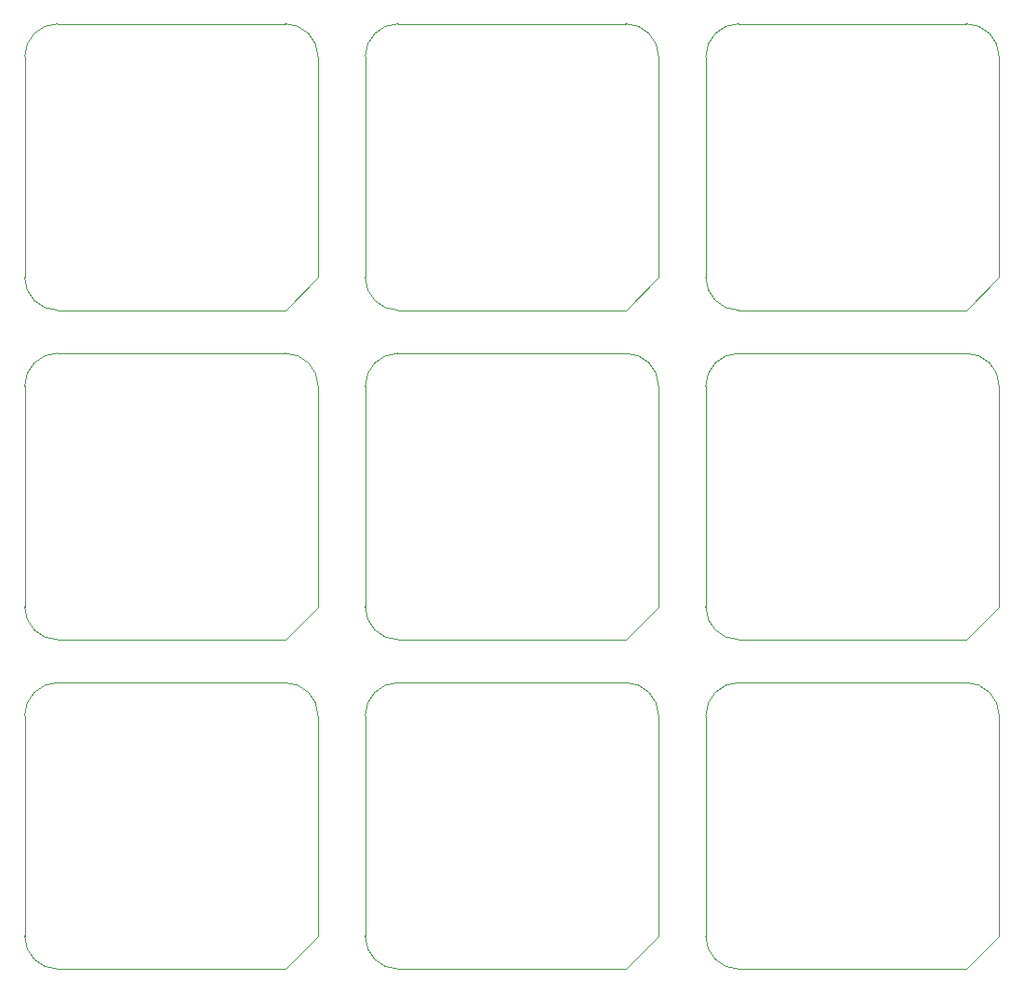
<source format=gm1>
%MOIN*%
%OFA0B0*%
%FSLAX46Y46*%
%IPPOS*%
%LPD*%
%ADD10C,0.0019685039370078744*%
%ADD21C,0.0019685039370078744*%
%ADD22C,0.0019685039370078744*%
%ADD23C,0.0019685039370078744*%
%ADD24C,0.0019685039370078744*%
%ADD25C,0.0019685039370078744*%
%ADD26C,0.0019685039370078744*%
%ADD27C,0.0019685039370078744*%
%ADD28C,0.0019685039370078744*%
D10*
X0001294842Y0002807047D02*
X0001176732Y0002688937D01*
X0001176732Y0002688937D02*
X0000361338Y0002688937D01*
X0000243228Y0002807047D02*
X0000243228Y0003597677D01*
X0001176732Y0003715787D02*
X0000361338Y0003715787D01*
X0001294842Y0002807047D02*
X0001294842Y0003597677D01*
X0001176732Y0003715787D02*
G75*
G02X0001294842Y0003597677J-0000118110D01*
G01*
X0000243228Y0003597677D02*
G75*
G02X0000361338Y0003715787I0000118110D01*
G01*
X0000361338Y0002688937D02*
G75*
G02X0000243228Y0002807047J0000118110D01*
G01*
G04 next file*
G04 #@! TF.GenerationSoftware,KiCad,Pcbnew,(5.1.2)-1*
G04 #@! TF.CreationDate,2019-11-08T13:50:46+05:30*
G04 #@! TF.ProjectId,TALK,54414c4b-2e6b-4696-9361-645f70636258,rev?*
G04 #@! TF.SameCoordinates,Original*
G04 #@! TF.FileFunction,Profile,NP*
G04 Gerber Fmt 4.6, Leading zero omitted, Abs format (unit mm)*
G04 Created by KiCad (PCBNEW (5.1.2)-1) date 2019-11-08 13:50:46*
G04 APERTURE LIST*
G04 APERTURE END LIST*
D21*
X0002515314Y0002807047D02*
X0002397204Y0002688937D01*
X0002397204Y0002688937D02*
X0001581811Y0002688937D01*
X0001463700Y0002807047D02*
X0001463700Y0003597677D01*
X0002397204Y0003715787D02*
X0001581811Y0003715787D01*
X0002515314Y0002807047D02*
X0002515314Y0003597677D01*
X0002397204Y0003715787D02*
G75*
G02X0002515314Y0003597677J-0000118110D01*
G01*
X0001463700Y0003597677D02*
G75*
G02X0001581811Y0003715787I0000118110D01*
G01*
X0001581811Y0002688937D02*
G75*
G02X0001463700Y0002807047J0000118110D01*
G01*
G04 next file*
G04 #@! TF.GenerationSoftware,KiCad,Pcbnew,(5.1.2)-1*
G04 #@! TF.CreationDate,2019-11-08T13:50:46+05:30*
G04 #@! TF.ProjectId,TALK,54414c4b-2e6b-4696-9361-645f70636258,rev?*
G04 #@! TF.SameCoordinates,Original*
G04 #@! TF.FileFunction,Profile,NP*
G04 Gerber Fmt 4.6, Leading zero omitted, Abs format (unit mm)*
G04 Created by KiCad (PCBNEW (5.1.2)-1) date 2019-11-08 13:50:46*
G04 APERTURE LIST*
G04 APERTURE END LIST*
D22*
X0003735787Y0002807047D02*
X0003617677Y0002688937D01*
X0003617677Y0002688937D02*
X0002802283Y0002688937D01*
X0002684173Y0002807047D02*
X0002684173Y0003597677D01*
X0003617677Y0003715787D02*
X0002802283Y0003715787D01*
X0003735787Y0002807047D02*
X0003735787Y0003597677D01*
X0003617677Y0003715787D02*
G75*
G02X0003735787Y0003597677J-0000118110D01*
G01*
X0002684173Y0003597677D02*
G75*
G02X0002802283Y0003715787I0000118110D01*
G01*
X0002802283Y0002688937D02*
G75*
G02X0002684173Y0002807047J0000118110D01*
G01*
G04 next file*
G04 #@! TF.GenerationSoftware,KiCad,Pcbnew,(5.1.2)-1*
G04 #@! TF.CreationDate,2019-11-08T13:50:46+05:30*
G04 #@! TF.ProjectId,TALK,54414c4b-2e6b-4696-9361-645f70636258,rev?*
G04 #@! TF.SameCoordinates,Original*
G04 #@! TF.FileFunction,Profile,NP*
G04 Gerber Fmt 4.6, Leading zero omitted, Abs format (unit mm)*
G04 Created by KiCad (PCBNEW (5.1.2)-1) date 2019-11-08 13:50:46*
G04 APERTURE LIST*
G04 APERTURE END LIST*
D23*
X0001294842Y0001625944D02*
X0001176732Y0001507834D01*
X0001176732Y0001507834D02*
X0000361338Y0001507834D01*
X0000243228Y0001625944D02*
X0000243228Y0002416574D01*
X0001176732Y0002534685D02*
X0000361338Y0002534685D01*
X0001294842Y0001625944D02*
X0001294842Y0002416574D01*
X0001176732Y0002534685D02*
G75*
G02X0001294842Y0002416574J-0000118110D01*
G01*
X0000243228Y0002416574D02*
G75*
G02X0000361338Y0002534685I0000118110D01*
G01*
X0000361338Y0001507834D02*
G75*
G02X0000243228Y0001625944J0000118110D01*
G01*
G04 next file*
G04 #@! TF.GenerationSoftware,KiCad,Pcbnew,(5.1.2)-1*
G04 #@! TF.CreationDate,2019-11-08T13:50:46+05:30*
G04 #@! TF.ProjectId,TALK,54414c4b-2e6b-4696-9361-645f70636258,rev?*
G04 #@! TF.SameCoordinates,Original*
G04 #@! TF.FileFunction,Profile,NP*
G04 Gerber Fmt 4.6, Leading zero omitted, Abs format (unit mm)*
G04 Created by KiCad (PCBNEW (5.1.2)-1) date 2019-11-08 13:50:46*
G04 APERTURE LIST*
G04 APERTURE END LIST*
D24*
X0002515314Y0001625944D02*
X0002397204Y0001507834D01*
X0002397204Y0001507834D02*
X0001581811Y0001507834D01*
X0001463700Y0001625944D02*
X0001463700Y0002416574D01*
X0002397204Y0002534685D02*
X0001581811Y0002534685D01*
X0002515314Y0001625944D02*
X0002515314Y0002416574D01*
X0002397204Y0002534685D02*
G75*
G02X0002515314Y0002416574J-0000118110D01*
G01*
X0001463700Y0002416574D02*
G75*
G02X0001581811Y0002534685I0000118110D01*
G01*
X0001581811Y0001507834D02*
G75*
G02X0001463700Y0001625944J0000118110D01*
G01*
G04 next file*
G04 #@! TF.GenerationSoftware,KiCad,Pcbnew,(5.1.2)-1*
G04 #@! TF.CreationDate,2019-11-08T13:50:46+05:30*
G04 #@! TF.ProjectId,TALK,54414c4b-2e6b-4696-9361-645f70636258,rev?*
G04 #@! TF.SameCoordinates,Original*
G04 #@! TF.FileFunction,Profile,NP*
G04 Gerber Fmt 4.6, Leading zero omitted, Abs format (unit mm)*
G04 Created by KiCad (PCBNEW (5.1.2)-1) date 2019-11-08 13:50:46*
G04 APERTURE LIST*
G04 APERTURE END LIST*
D25*
X0003735787Y0001625944D02*
X0003617677Y0001507834D01*
X0003617677Y0001507834D02*
X0002802283Y0001507834D01*
X0002684173Y0001625944D02*
X0002684173Y0002416574D01*
X0003617677Y0002534685D02*
X0002802283Y0002534685D01*
X0003735787Y0001625944D02*
X0003735787Y0002416574D01*
X0003617677Y0002534685D02*
G75*
G02X0003735787Y0002416574J-0000118110D01*
G01*
X0002684173Y0002416574D02*
G75*
G02X0002802283Y0002534685I0000118110D01*
G01*
X0002802283Y0001507834D02*
G75*
G02X0002684173Y0001625944J0000118110D01*
G01*
G04 next file*
G04 #@! TF.GenerationSoftware,KiCad,Pcbnew,(5.1.2)-1*
G04 #@! TF.CreationDate,2019-11-08T13:50:46+05:30*
G04 #@! TF.ProjectId,TALK,54414c4b-2e6b-4696-9361-645f70636258,rev?*
G04 #@! TF.SameCoordinates,Original*
G04 #@! TF.FileFunction,Profile,NP*
G04 Gerber Fmt 4.6, Leading zero omitted, Abs format (unit mm)*
G04 Created by KiCad (PCBNEW (5.1.2)-1) date 2019-11-08 13:50:46*
G04 APERTURE LIST*
G04 APERTURE END LIST*
D26*
X0001294842Y0000444842D02*
X0001176732Y0000326732D01*
X0001176732Y0000326732D02*
X0000361338Y0000326732D01*
X0000243228Y0000444842D02*
X0000243228Y0001235472D01*
X0001176732Y0001353582D02*
X0000361338Y0001353582D01*
X0001294842Y0000444842D02*
X0001294842Y0001235472D01*
X0001176732Y0001353582D02*
G75*
G02X0001294842Y0001235472J-0000118110D01*
G01*
X0000243228Y0001235472D02*
G75*
G02X0000361338Y0001353582I0000118110D01*
G01*
X0000361338Y0000326732D02*
G75*
G02X0000243228Y0000444842J0000118110D01*
G01*
G04 next file*
G04 #@! TF.GenerationSoftware,KiCad,Pcbnew,(5.1.2)-1*
G04 #@! TF.CreationDate,2019-11-08T13:50:46+05:30*
G04 #@! TF.ProjectId,TALK,54414c4b-2e6b-4696-9361-645f70636258,rev?*
G04 #@! TF.SameCoordinates,Original*
G04 #@! TF.FileFunction,Profile,NP*
G04 Gerber Fmt 4.6, Leading zero omitted, Abs format (unit mm)*
G04 Created by KiCad (PCBNEW (5.1.2)-1) date 2019-11-08 13:50:46*
G04 APERTURE LIST*
G04 APERTURE END LIST*
D27*
X0002515314Y0000444842D02*
X0002397204Y0000326732D01*
X0002397204Y0000326732D02*
X0001581811Y0000326732D01*
X0001463700Y0000444842D02*
X0001463700Y0001235472D01*
X0002397204Y0001353582D02*
X0001581811Y0001353582D01*
X0002515314Y0000444842D02*
X0002515314Y0001235472D01*
X0002397204Y0001353582D02*
G75*
G02X0002515314Y0001235472J-0000118110D01*
G01*
X0001463700Y0001235472D02*
G75*
G02X0001581811Y0001353582I0000118110D01*
G01*
X0001581811Y0000326732D02*
G75*
G02X0001463700Y0000444842J0000118110D01*
G01*
G04 next file*
G04 #@! TF.GenerationSoftware,KiCad,Pcbnew,(5.1.2)-1*
G04 #@! TF.CreationDate,2019-11-08T13:50:46+05:30*
G04 #@! TF.ProjectId,TALK,54414c4b-2e6b-4696-9361-645f70636258,rev?*
G04 #@! TF.SameCoordinates,Original*
G04 #@! TF.FileFunction,Profile,NP*
G04 Gerber Fmt 4.6, Leading zero omitted, Abs format (unit mm)*
G04 Created by KiCad (PCBNEW (5.1.2)-1) date 2019-11-08 13:50:46*
G04 APERTURE LIST*
G04 APERTURE END LIST*
D28*
X0003735787Y0000444842D02*
X0003617677Y0000326732D01*
X0003617677Y0000326732D02*
X0002802283Y0000326732D01*
X0002684173Y0000444842D02*
X0002684173Y0001235472D01*
X0003617677Y0001353582D02*
X0002802283Y0001353582D01*
X0003735787Y0000444842D02*
X0003735787Y0001235472D01*
X0003617677Y0001353582D02*
G75*
G02X0003735787Y0001235472J-0000118110D01*
G01*
X0002684173Y0001235472D02*
G75*
G02X0002802283Y0001353582I0000118110D01*
G01*
X0002802283Y0000326732D02*
G75*
G02X0002684173Y0000444842J0000118110D01*
G01*
M02*
</source>
